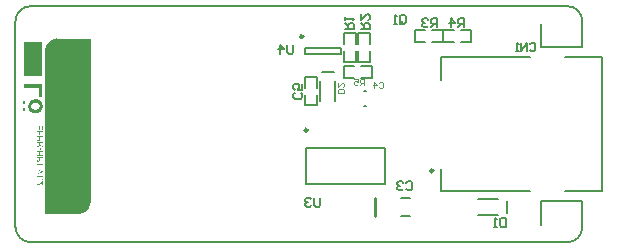
<source format=gbo>
G04*
G04 #@! TF.GenerationSoftware,Altium Limited,CircuitStudio,1.5.2 (30)*
G04*
G04 Layer_Color=13948096*
%FSLAX25Y25*%
%MOIN*%
G70*
G01*
G75*
%ADD17C,0.01000*%
%ADD40C,0.00500*%
%ADD65C,0.00984*%
%ADD66C,0.00787*%
%ADD67C,0.00394*%
%ADD68R,0.06300X0.11300*%
G36*
X-50000Y-11238D02*
X-50818D01*
Y-11753D01*
X-50821Y-11829D01*
X-50826Y-11901D01*
X-50835Y-11965D01*
X-50847Y-12024D01*
X-50858Y-12079D01*
X-50873Y-12125D01*
X-50890Y-12169D01*
X-50908Y-12207D01*
X-50923Y-12239D01*
X-50940Y-12268D01*
X-50955Y-12291D01*
X-50969Y-12309D01*
X-50978Y-12323D01*
X-50986Y-12332D01*
X-50992Y-12338D01*
X-50995Y-12341D01*
X-51030Y-12370D01*
X-51065Y-12396D01*
X-51100Y-12416D01*
X-51138Y-12437D01*
X-51176Y-12454D01*
X-51211Y-12466D01*
X-51278Y-12486D01*
X-51310Y-12492D01*
X-51339Y-12498D01*
X-51365Y-12501D01*
X-51385Y-12504D01*
X-51406Y-12507D01*
X-51429D01*
X-51484Y-12504D01*
X-51537Y-12498D01*
X-51583Y-12486D01*
X-51624Y-12478D01*
X-51659Y-12466D01*
X-51685Y-12454D01*
X-51699Y-12449D01*
X-51705Y-12446D01*
X-51749Y-12422D01*
X-51787Y-12393D01*
X-51822Y-12367D01*
X-51848Y-12341D01*
X-51868Y-12318D01*
X-51886Y-12300D01*
X-51894Y-12288D01*
X-51897Y-12283D01*
X-51921Y-12245D01*
X-51941Y-12201D01*
X-51958Y-12160D01*
X-51973Y-12122D01*
X-51982Y-12088D01*
X-51987Y-12061D01*
X-51993Y-12041D01*
Y-12038D01*
Y-12035D01*
X-51999Y-11992D01*
X-52005Y-11942D01*
X-52008Y-11890D01*
X-52011Y-11840D01*
X-52014Y-11797D01*
Y-11776D01*
Y-11759D01*
Y-11747D01*
Y-11735D01*
Y-11730D01*
Y-11727D01*
Y-10970D01*
X-50000D01*
Y-11238D01*
D02*
G37*
G36*
X-51775Y-13359D02*
X-50000D01*
Y-13627D01*
X-51775D01*
Y-14290D01*
X-52014D01*
Y-12696D01*
X-51775D01*
Y-13359D01*
D02*
G37*
G36*
X-50000Y-9215D02*
X-50949D01*
Y-10257D01*
X-50000D01*
Y-10525D01*
X-52014D01*
Y-10257D01*
X-51187D01*
Y-9215D01*
X-52014D01*
Y-8948D01*
X-50000D01*
Y-9215D01*
D02*
G37*
G36*
X-50100Y8954D02*
X-51166D01*
Y12125D01*
X-56359D01*
Y13400D01*
X-50100D01*
Y8954D01*
D02*
G37*
G36*
X-50000Y-18644D02*
X-50282D01*
Y-18362D01*
X-50000D01*
Y-18644D01*
D02*
G37*
G36*
Y-20305D02*
X-50239D01*
Y-19313D01*
X-50288Y-19348D01*
X-50309Y-19365D01*
X-50329Y-19380D01*
X-50346Y-19395D01*
X-50358Y-19406D01*
X-50367Y-19415D01*
X-50370Y-19418D01*
X-50384Y-19433D01*
X-50399Y-19450D01*
X-50437Y-19491D01*
X-50480Y-19537D01*
X-50524Y-19587D01*
X-50562Y-19633D01*
X-50579Y-19654D01*
X-50597Y-19671D01*
X-50608Y-19686D01*
X-50617Y-19697D01*
X-50623Y-19703D01*
X-50626Y-19706D01*
X-50666Y-19753D01*
X-50704Y-19799D01*
X-50742Y-19840D01*
X-50774Y-19878D01*
X-50806Y-19913D01*
X-50835Y-19942D01*
X-50861Y-19971D01*
X-50885Y-19994D01*
X-50908Y-20017D01*
X-50925Y-20035D01*
X-50940Y-20049D01*
X-50955Y-20064D01*
X-50972Y-20078D01*
X-50978Y-20084D01*
X-51027Y-20125D01*
X-51071Y-20160D01*
X-51114Y-20189D01*
X-51149Y-20212D01*
X-51182Y-20230D01*
X-51205Y-20241D01*
X-51219Y-20247D01*
X-51225Y-20250D01*
X-51269Y-20268D01*
X-51312Y-20279D01*
X-51353Y-20291D01*
X-51388Y-20297D01*
X-51420Y-20300D01*
X-51443Y-20302D01*
X-51464D01*
X-51507Y-20300D01*
X-51548Y-20294D01*
X-51589Y-20288D01*
X-51624Y-20276D01*
X-51694Y-20247D01*
X-51749Y-20218D01*
X-51775Y-20201D01*
X-51796Y-20186D01*
X-51816Y-20172D01*
X-51830Y-20157D01*
X-51842Y-20145D01*
X-51854Y-20140D01*
X-51857Y-20134D01*
X-51859Y-20131D01*
X-51889Y-20099D01*
X-51915Y-20064D01*
X-51935Y-20026D01*
X-51953Y-19988D01*
X-51982Y-19913D01*
X-52002Y-19837D01*
X-52008Y-19805D01*
X-52014Y-19773D01*
X-52017Y-19744D01*
X-52020Y-19721D01*
X-52022Y-19700D01*
Y-19683D01*
Y-19674D01*
Y-19671D01*
X-52020Y-19619D01*
X-52017Y-19569D01*
X-52008Y-19523D01*
X-51999Y-19479D01*
X-51987Y-19438D01*
X-51976Y-19400D01*
X-51961Y-19365D01*
X-51947Y-19333D01*
X-51932Y-19304D01*
X-51918Y-19281D01*
X-51906Y-19261D01*
X-51894Y-19243D01*
X-51886Y-19229D01*
X-51877Y-19220D01*
X-51874Y-19214D01*
X-51871Y-19211D01*
X-51842Y-19182D01*
X-51810Y-19156D01*
X-51775Y-19130D01*
X-51740Y-19109D01*
X-51670Y-19074D01*
X-51600Y-19051D01*
X-51569Y-19042D01*
X-51537Y-19034D01*
X-51510Y-19028D01*
X-51487Y-19022D01*
X-51467Y-19019D01*
X-51452D01*
X-51443Y-19016D01*
X-51440D01*
X-51414Y-19270D01*
X-51481Y-19275D01*
X-51539Y-19287D01*
X-51592Y-19304D01*
X-51632Y-19325D01*
X-51667Y-19342D01*
X-51691Y-19360D01*
X-51705Y-19371D01*
X-51711Y-19377D01*
X-51746Y-19421D01*
X-51772Y-19467D01*
X-51793Y-19517D01*
X-51804Y-19560D01*
X-51813Y-19601D01*
X-51816Y-19636D01*
X-51819Y-19648D01*
Y-19657D01*
Y-19662D01*
Y-19665D01*
X-51816Y-19726D01*
X-51804Y-19782D01*
X-51787Y-19828D01*
X-51769Y-19869D01*
X-51749Y-19901D01*
X-51734Y-19921D01*
X-51723Y-19936D01*
X-51717Y-19942D01*
X-51676Y-19977D01*
X-51635Y-20003D01*
X-51595Y-20023D01*
X-51554Y-20035D01*
X-51522Y-20044D01*
X-51493Y-20046D01*
X-51475Y-20049D01*
X-51470D01*
X-51417Y-20044D01*
X-51362Y-20032D01*
X-51312Y-20011D01*
X-51266Y-19991D01*
X-51228Y-19968D01*
X-51196Y-19948D01*
X-51184Y-19942D01*
X-51176Y-19936D01*
X-51173Y-19930D01*
X-51170D01*
X-51138Y-19907D01*
X-51106Y-19878D01*
X-51071Y-19846D01*
X-51036Y-19811D01*
X-50966Y-19738D01*
X-50896Y-19665D01*
X-50864Y-19627D01*
X-50835Y-19595D01*
X-50809Y-19563D01*
X-50786Y-19537D01*
X-50768Y-19517D01*
X-50754Y-19499D01*
X-50745Y-19488D01*
X-50742Y-19485D01*
X-50681Y-19412D01*
X-50623Y-19345D01*
X-50570Y-19290D01*
X-50527Y-19246D01*
X-50489Y-19208D01*
X-50463Y-19182D01*
X-50445Y-19168D01*
X-50442Y-19162D01*
X-50439D01*
X-50390Y-19121D01*
X-50343Y-19089D01*
X-50297Y-19060D01*
X-50256Y-19037D01*
X-50221Y-19019D01*
X-50195Y-19008D01*
X-50178Y-19002D01*
X-50175Y-18999D01*
X-50172D01*
X-50140Y-18987D01*
X-50111Y-18981D01*
X-50081Y-18976D01*
X-50055Y-18973D01*
X-50032Y-18970D01*
X-50000D01*
Y-20305D01*
D02*
G37*
G36*
Y-15713D02*
Y-15949D01*
X-51461Y-16505D01*
Y-16249D01*
X-50568Y-15926D01*
X-50509Y-15905D01*
X-50457Y-15885D01*
X-50407Y-15871D01*
X-50370Y-15856D01*
X-50335Y-15847D01*
X-50311Y-15839D01*
X-50297Y-15836D01*
X-50291Y-15833D01*
X-50346Y-15815D01*
X-50402Y-15801D01*
X-50451Y-15783D01*
X-50495Y-15769D01*
X-50533Y-15757D01*
X-50562Y-15748D01*
X-50570Y-15745D01*
X-50579Y-15743D01*
X-50582Y-15740D01*
X-50585D01*
X-51461Y-15425D01*
Y-15164D01*
X-50000Y-15713D01*
D02*
G37*
G36*
X-51295Y-16889D02*
X-51315Y-16933D01*
X-51336Y-16976D01*
X-51356Y-17017D01*
X-51373Y-17052D01*
X-51388Y-17081D01*
X-51400Y-17099D01*
X-51403Y-17102D01*
Y-17105D01*
X-51435Y-17157D01*
X-51467Y-17203D01*
X-51496Y-17244D01*
X-51522Y-17276D01*
X-51542Y-17305D01*
X-51560Y-17323D01*
X-51571Y-17337D01*
X-51574Y-17340D01*
X-50000D01*
Y-17587D01*
X-52022D01*
Y-17427D01*
X-51973Y-17398D01*
X-51926Y-17366D01*
X-51880Y-17328D01*
X-51839Y-17294D01*
X-51804Y-17259D01*
X-51775Y-17233D01*
X-51766Y-17221D01*
X-51758Y-17212D01*
X-51755Y-17209D01*
X-51752Y-17206D01*
X-51702Y-17145D01*
X-51656Y-17084D01*
X-51615Y-17026D01*
X-51583Y-16968D01*
X-51554Y-16918D01*
X-51542Y-16898D01*
X-51534Y-16880D01*
X-51525Y-16866D01*
X-51522Y-16854D01*
X-51516Y-16848D01*
Y-16846D01*
X-51278D01*
X-51295Y-16889D01*
D02*
G37*
G36*
X-50000Y-2653D02*
X-50914D01*
Y-3599D01*
X-51152D01*
Y-2653D01*
X-51775D01*
Y-3748D01*
X-52014D01*
Y-2386D01*
X-50000D01*
Y-2653D01*
D02*
G37*
G36*
X-52168Y8326D02*
X-51904Y8289D01*
X-51676Y8244D01*
X-51576Y8216D01*
X-51485Y8189D01*
X-51403Y8162D01*
X-51330Y8134D01*
X-51266Y8107D01*
X-51211Y8089D01*
X-51166Y8071D01*
X-51139Y8052D01*
X-51120Y8043D01*
X-51111D01*
X-50920Y7916D01*
X-50756Y7779D01*
X-50610Y7633D01*
X-50492Y7497D01*
X-50401Y7369D01*
X-50337Y7269D01*
X-50309Y7232D01*
X-50291Y7205D01*
X-50282Y7187D01*
Y7178D01*
X-50191Y6959D01*
X-50118Y6750D01*
X-50073Y6549D01*
X-50036Y6358D01*
X-50018Y6203D01*
X-50009Y6139D01*
Y6085D01*
X-50000Y6039D01*
Y6003D01*
Y5985D01*
Y5975D01*
X-50009Y5784D01*
X-50027Y5611D01*
X-50064Y5438D01*
X-50109Y5283D01*
X-50155Y5128D01*
X-50209Y4992D01*
X-50273Y4864D01*
X-50337Y4746D01*
X-50401Y4645D01*
X-50464Y4554D01*
X-50519Y4472D01*
X-50565Y4408D01*
X-50610Y4354D01*
X-50647Y4317D01*
X-50665Y4299D01*
X-50674Y4290D01*
X-50811Y4172D01*
X-50947Y4071D01*
X-51084Y3980D01*
X-51230Y3898D01*
X-51375Y3835D01*
X-51521Y3780D01*
X-51658Y3734D01*
X-51794Y3698D01*
X-51913Y3670D01*
X-52031Y3652D01*
X-52131Y3634D01*
X-52223Y3625D01*
X-52296Y3616D01*
X-52396D01*
X-52587Y3625D01*
X-52769Y3643D01*
X-52933Y3680D01*
X-53097Y3716D01*
X-53243Y3771D01*
X-53389Y3825D01*
X-53516Y3889D01*
X-53635Y3944D01*
X-53735Y4008D01*
X-53835Y4071D01*
X-53908Y4126D01*
X-53981Y4181D01*
X-54026Y4217D01*
X-54072Y4254D01*
X-54090Y4272D01*
X-54099Y4281D01*
X-54218Y4408D01*
X-54318Y4545D01*
X-54409Y4682D01*
X-54491Y4828D01*
X-54555Y4973D01*
X-54610Y5110D01*
X-54655Y5246D01*
X-54691Y5383D01*
X-54719Y5502D01*
X-54737Y5620D01*
X-54755Y5720D01*
X-54764Y5811D01*
X-54773Y5884D01*
Y5939D01*
Y5975D01*
Y5985D01*
X-54764Y6230D01*
X-54728Y6458D01*
X-54682Y6668D01*
X-54628Y6850D01*
X-54591Y6923D01*
X-54564Y6996D01*
X-54546Y7059D01*
X-54518Y7105D01*
X-54500Y7151D01*
X-54482Y7178D01*
X-54473Y7196D01*
Y7205D01*
X-54345Y7396D01*
X-54209Y7560D01*
X-54063Y7706D01*
X-53926Y7825D01*
X-53799Y7916D01*
X-53698Y7989D01*
X-53662Y8016D01*
X-53635Y8025D01*
X-53616Y8043D01*
X-53607D01*
X-53398Y8144D01*
X-53188Y8207D01*
X-52997Y8262D01*
X-52824Y8298D01*
X-52669Y8317D01*
X-52605Y8326D01*
X-52551D01*
X-52514Y8335D01*
X-52450D01*
X-52168Y8326D01*
D02*
G37*
G36*
X-45143Y28561D02*
X-33980D01*
X-33946Y-25876D01*
X-34082Y-26903D01*
X-34478Y-27861D01*
X-35109Y-28684D01*
X-35932Y-29315D01*
X-36890Y-29711D01*
X-37917Y-29847D01*
Y-29813D01*
X-49080D01*
X-49114Y24624D01*
X-48979Y25652D01*
X-48582Y26610D01*
X-47951Y27432D01*
X-47129Y28063D01*
X-46171Y28460D01*
X-45143Y28595D01*
Y28561D01*
D02*
G37*
G36*
X-50000Y-2004D02*
X-50239D01*
Y-768D01*
X-50923D01*
Y-1882D01*
X-51161D01*
Y-768D01*
X-51775D01*
Y-1958D01*
X-52014D01*
Y-500D01*
X-50000D01*
Y-2004D01*
D02*
G37*
G36*
Y-6241D02*
X-50893D01*
Y-6550D01*
Y-6585D01*
X-50890Y-6617D01*
Y-6640D01*
X-50888Y-6661D01*
X-50885Y-6675D01*
Y-6687D01*
X-50882Y-6692D01*
Y-6695D01*
X-50867Y-6742D01*
X-50858Y-6762D01*
X-50850Y-6780D01*
X-50841Y-6797D01*
X-50835Y-6809D01*
X-50832Y-6815D01*
X-50829Y-6818D01*
X-50812Y-6841D01*
X-50792Y-6864D01*
X-50748Y-6908D01*
X-50727Y-6928D01*
X-50710Y-6943D01*
X-50698Y-6951D01*
X-50696Y-6954D01*
X-50655Y-6983D01*
X-50611Y-7016D01*
X-50564Y-7047D01*
X-50521Y-7079D01*
X-50480Y-7106D01*
X-50448Y-7126D01*
X-50437Y-7135D01*
X-50428Y-7141D01*
X-50422Y-7146D01*
X-50419D01*
X-50000Y-7411D01*
Y-7743D01*
X-50547Y-7397D01*
X-50605Y-7356D01*
X-50658Y-7318D01*
X-50701Y-7280D01*
X-50742Y-7248D01*
X-50771Y-7219D01*
X-50794Y-7196D01*
X-50809Y-7181D01*
X-50815Y-7175D01*
X-50832Y-7152D01*
X-50853Y-7126D01*
X-50885Y-7074D01*
X-50896Y-7050D01*
X-50908Y-7033D01*
X-50914Y-7021D01*
X-50917Y-7016D01*
X-50925Y-7068D01*
X-50934Y-7117D01*
X-50949Y-7161D01*
X-50960Y-7205D01*
X-50975Y-7243D01*
X-50992Y-7277D01*
X-51007Y-7309D01*
X-51021Y-7339D01*
X-51039Y-7362D01*
X-51053Y-7385D01*
X-51065Y-7402D01*
X-51077Y-7417D01*
X-51085Y-7429D01*
X-51094Y-7437D01*
X-51097Y-7440D01*
X-51100Y-7443D01*
X-51129Y-7467D01*
X-51158Y-7490D01*
X-51219Y-7525D01*
X-51280Y-7548D01*
X-51339Y-7565D01*
X-51388Y-7577D01*
X-51408Y-7580D01*
X-51429D01*
X-51443Y-7583D01*
X-51464D01*
X-51525Y-7580D01*
X-51580Y-7571D01*
X-51632Y-7557D01*
X-51676Y-7542D01*
X-51714Y-7525D01*
X-51743Y-7513D01*
X-51761Y-7502D01*
X-51763Y-7499D01*
X-51766D01*
X-51813Y-7464D01*
X-51854Y-7429D01*
X-51889Y-7391D01*
X-51915Y-7356D01*
X-51935Y-7324D01*
X-51947Y-7298D01*
X-51955Y-7280D01*
X-51958Y-7277D01*
Y-7275D01*
X-51967Y-7248D01*
X-51976Y-7216D01*
X-51990Y-7152D01*
X-51999Y-7082D01*
X-52008Y-7018D01*
X-52011Y-6957D01*
Y-6931D01*
X-52014Y-6908D01*
Y-6890D01*
Y-6876D01*
Y-6867D01*
Y-6864D01*
Y-5974D01*
X-50000D01*
Y-6241D01*
D02*
G37*
G36*
X-50605Y-8636D02*
X-50853D01*
Y-7871D01*
X-50605D01*
Y-8636D01*
D02*
G37*
G36*
X-50000Y-4362D02*
X-50818D01*
Y-4877D01*
X-50821Y-4952D01*
X-50826Y-5025D01*
X-50835Y-5089D01*
X-50847Y-5147D01*
X-50858Y-5203D01*
X-50873Y-5249D01*
X-50890Y-5293D01*
X-50908Y-5331D01*
X-50923Y-5363D01*
X-50940Y-5392D01*
X-50955Y-5415D01*
X-50969Y-5432D01*
X-50978Y-5447D01*
X-50986Y-5456D01*
X-50992Y-5461D01*
X-50995Y-5464D01*
X-51030Y-5494D01*
X-51065Y-5520D01*
X-51100Y-5540D01*
X-51138Y-5561D01*
X-51176Y-5578D01*
X-51211Y-5590D01*
X-51278Y-5610D01*
X-51310Y-5616D01*
X-51339Y-5622D01*
X-51365Y-5624D01*
X-51385Y-5627D01*
X-51406Y-5630D01*
X-51429D01*
X-51484Y-5627D01*
X-51537Y-5622D01*
X-51583Y-5610D01*
X-51624Y-5601D01*
X-51659Y-5590D01*
X-51685Y-5578D01*
X-51699Y-5572D01*
X-51705Y-5569D01*
X-51749Y-5546D01*
X-51787Y-5517D01*
X-51822Y-5491D01*
X-51848Y-5464D01*
X-51868Y-5441D01*
X-51886Y-5424D01*
X-51894Y-5412D01*
X-51897Y-5406D01*
X-51921Y-5368D01*
X-51941Y-5325D01*
X-51958Y-5284D01*
X-51973Y-5246D01*
X-51982Y-5211D01*
X-51987Y-5185D01*
X-51993Y-5165D01*
Y-5162D01*
Y-5159D01*
X-51999Y-5115D01*
X-52005Y-5066D01*
X-52008Y-5013D01*
X-52011Y-4964D01*
X-52014Y-4920D01*
Y-4900D01*
Y-4882D01*
Y-4871D01*
Y-4859D01*
Y-4853D01*
Y-4851D01*
Y-4094D01*
X-50000D01*
Y-4362D01*
D02*
G37*
%LPC*%
G36*
X-52323Y7096D02*
X-52387D01*
X-52623Y7078D01*
X-52833Y7041D01*
X-53015Y6996D01*
X-53161Y6932D01*
X-53270Y6877D01*
X-53361Y6823D01*
X-53407Y6786D01*
X-53425Y6777D01*
X-53544Y6650D01*
X-53635Y6513D01*
X-53698Y6376D01*
X-53744Y6249D01*
X-53771Y6139D01*
X-53780Y6057D01*
X-53790Y6021D01*
Y5994D01*
Y5985D01*
Y5975D01*
X-53771Y5802D01*
X-53735Y5647D01*
X-53671Y5520D01*
X-53607Y5401D01*
X-53544Y5310D01*
X-53480Y5237D01*
X-53443Y5201D01*
X-53425Y5183D01*
X-53279Y5074D01*
X-53106Y4992D01*
X-52933Y4937D01*
X-52769Y4891D01*
X-52623Y4873D01*
X-52551Y4864D01*
X-52496D01*
X-52450Y4855D01*
X-52387D01*
X-52150Y4873D01*
X-51931Y4910D01*
X-51758Y4955D01*
X-51603Y5019D01*
X-51494Y5083D01*
X-51403Y5128D01*
X-51357Y5165D01*
X-51339Y5183D01*
X-51221Y5310D01*
X-51129Y5438D01*
X-51075Y5574D01*
X-51029Y5702D01*
X-51002Y5811D01*
X-50993Y5893D01*
X-50984Y5930D01*
Y5957D01*
Y5966D01*
Y5975D01*
X-51002Y6148D01*
X-51038Y6303D01*
X-51093Y6440D01*
X-51166Y6549D01*
X-51230Y6650D01*
X-51284Y6722D01*
X-51321Y6759D01*
X-51339Y6777D01*
X-51485Y6886D01*
X-51658Y6959D01*
X-51831Y7014D01*
X-52004Y7059D01*
X-52150Y7078D01*
X-52214Y7087D01*
X-52277D01*
X-52323Y7096D01*
D02*
G37*
G36*
X-51056Y-4362D02*
X-51775D01*
Y-4874D01*
Y-4938D01*
X-51772Y-4990D01*
X-51769Y-5034D01*
X-51766Y-5069D01*
X-51761Y-5092D01*
X-51758Y-5109D01*
X-51755Y-5121D01*
Y-5124D01*
X-51740Y-5162D01*
X-51723Y-5194D01*
X-51705Y-5223D01*
X-51685Y-5249D01*
X-51665Y-5267D01*
X-51650Y-5281D01*
X-51638Y-5290D01*
X-51635Y-5293D01*
X-51600Y-5313D01*
X-51566Y-5331D01*
X-51528Y-5342D01*
X-51496Y-5348D01*
X-51467Y-5354D01*
X-51440Y-5357D01*
X-51420D01*
X-51359Y-5351D01*
X-51307Y-5339D01*
X-51260Y-5322D01*
X-51222Y-5302D01*
X-51193Y-5281D01*
X-51170Y-5264D01*
X-51158Y-5252D01*
X-51152Y-5246D01*
X-51135Y-5226D01*
X-51120Y-5200D01*
X-51097Y-5144D01*
X-51080Y-5083D01*
X-51068Y-5022D01*
X-51062Y-4967D01*
X-51059Y-4944D01*
Y-4923D01*
X-51056Y-4903D01*
Y-4891D01*
Y-4882D01*
Y-4879D01*
Y-4362D01*
D02*
G37*
G36*
X-51123Y-6241D02*
X-51790D01*
Y-6876D01*
X-51787Y-6954D01*
X-51775Y-7021D01*
X-51761Y-7079D01*
X-51743Y-7123D01*
X-51726Y-7161D01*
X-51711Y-7184D01*
X-51699Y-7199D01*
X-51696Y-7205D01*
X-51659Y-7240D01*
X-51621Y-7266D01*
X-51580Y-7283D01*
X-51545Y-7298D01*
X-51510Y-7304D01*
X-51484Y-7306D01*
X-51467Y-7309D01*
X-51461D01*
X-51426Y-7306D01*
X-51391Y-7301D01*
X-51362Y-7292D01*
X-51336Y-7283D01*
X-51312Y-7272D01*
X-51295Y-7263D01*
X-51283Y-7257D01*
X-51280Y-7254D01*
X-51251Y-7234D01*
X-51225Y-7208D01*
X-51205Y-7181D01*
X-51187Y-7155D01*
X-51176Y-7132D01*
X-51167Y-7114D01*
X-51161Y-7103D01*
X-51158Y-7097D01*
X-51147Y-7056D01*
X-51138Y-7010D01*
X-51132Y-6963D01*
X-51129Y-6916D01*
X-51126Y-6876D01*
X-51123Y-6841D01*
Y-6829D01*
Y-6820D01*
Y-6815D01*
Y-6812D01*
Y-6241D01*
D02*
G37*
G36*
X-51056Y-11238D02*
X-51775D01*
Y-11750D01*
Y-11814D01*
X-51772Y-11867D01*
X-51769Y-11910D01*
X-51766Y-11945D01*
X-51761Y-11968D01*
X-51758Y-11986D01*
X-51755Y-11997D01*
Y-12000D01*
X-51740Y-12038D01*
X-51723Y-12070D01*
X-51705Y-12099D01*
X-51685Y-12125D01*
X-51665Y-12143D01*
X-51650Y-12157D01*
X-51638Y-12166D01*
X-51635Y-12169D01*
X-51600Y-12190D01*
X-51566Y-12207D01*
X-51528Y-12219D01*
X-51496Y-12224D01*
X-51467Y-12230D01*
X-51440Y-12233D01*
X-51420D01*
X-51359Y-12227D01*
X-51307Y-12216D01*
X-51260Y-12198D01*
X-51222Y-12178D01*
X-51193Y-12157D01*
X-51170Y-12140D01*
X-51158Y-12128D01*
X-51152Y-12122D01*
X-51135Y-12102D01*
X-51120Y-12076D01*
X-51097Y-12021D01*
X-51080Y-11960D01*
X-51068Y-11898D01*
X-51062Y-11843D01*
X-51059Y-11820D01*
Y-11800D01*
X-51056Y-11779D01*
Y-11767D01*
Y-11759D01*
Y-11756D01*
Y-11238D01*
D02*
G37*
%LPD*%
D17*
X80177Y-15512D02*
G03*
X80177Y-15512I-500J0D01*
G01*
X-56200Y7200D02*
G03*
X-56200Y7200I-100J0D01*
G01*
Y4800D02*
G03*
X-56200Y4800I-100J0D01*
G01*
X60866Y-30559D02*
Y-24559D01*
D40*
X-53937Y39370D02*
G03*
X-59055Y34252I0J-5118D01*
G01*
Y-34252D02*
G03*
X-53937Y-39370I5118J0D01*
G01*
X124803D02*
G03*
X129921Y-34252I0J5118D01*
G01*
Y34252D02*
G03*
X124803Y39370I-5118J0D01*
G01*
X79940Y31528D02*
X83440D01*
X79940Y27528D02*
X83440D01*
X74040D02*
X77540D01*
X74040Y31528D02*
X77540D01*
X83440Y27528D02*
Y31528D01*
X74040Y27528D02*
Y31528D01*
X82894Y14882D02*
Y22362D01*
Y-22362D02*
Y-15000D01*
Y-22362D02*
X112303D01*
X124272D02*
X136437D01*
Y22362D01*
X124272D02*
X136437D01*
X82894D02*
X112303D01*
X95079Y-25000D02*
X101772D01*
X95079Y-30118D02*
X101772D01*
X104823Y-29528D02*
Y-25591D01*
X50362Y30291D02*
X54362D01*
X50362Y20890D02*
X54362D01*
Y26791D02*
Y30291D01*
X50362Y26791D02*
Y30291D01*
Y20890D02*
Y24390D01*
X54362Y20890D02*
Y24390D01*
X69366Y-30559D02*
X72366D01*
X69366Y-24559D02*
X72366D01*
X57106Y6000D02*
X57894D01*
X57106Y11000D02*
X57894D01*
X43031Y17398D02*
X46968D01*
X47559Y7654D02*
Y14346D01*
X42441Y7654D02*
Y14346D01*
X59700Y15500D02*
Y19500D01*
X50300Y15500D02*
Y19500D01*
X56200Y15500D02*
X59700D01*
X56200Y19500D02*
X59700D01*
X50300D02*
X53800D01*
X50300Y15500D02*
X53800D01*
X-53937Y39370D02*
X124803D01*
X-59055Y-34252D02*
Y34252D01*
X-53937Y-39370D02*
X124803D01*
X129921Y-34252D02*
Y-25591D01*
Y25591D02*
Y34252D01*
X89389Y31528D02*
X92889D01*
X89389Y27528D02*
X92889D01*
X83489D02*
X86989D01*
X83489Y31528D02*
X86989D01*
X92889Y27528D02*
Y31528D01*
X83489Y27528D02*
Y31528D01*
X55087Y26791D02*
Y30291D01*
X59087Y26791D02*
Y30291D01*
Y20890D02*
Y24390D01*
X55087Y20890D02*
Y24390D01*
Y30291D02*
X59087D01*
X55087Y20890D02*
X59087D01*
X41500Y6300D02*
Y9800D01*
X37500Y6300D02*
Y9800D01*
Y12200D02*
Y15700D01*
X41500Y12200D02*
Y15700D01*
X37500Y6300D02*
X41500D01*
X37500Y15700D02*
X41500D01*
X116142Y25591D02*
Y33465D01*
Y25591D02*
X129921D01*
X116142Y-25591D02*
X129921D01*
X116142Y-33465D02*
Y-25591D01*
X81496Y32283D02*
Y35282D01*
X79997D01*
X79497Y34783D01*
Y33783D01*
X79997Y33283D01*
X81496D01*
X80496D02*
X79497Y32283D01*
X78497Y34783D02*
X77997Y35282D01*
X76998D01*
X76498Y34783D01*
Y34283D01*
X76998Y33783D01*
X77497D01*
X76998D01*
X76498Y33283D01*
Y32783D01*
X76998Y32283D01*
X77997D01*
X78497Y32783D01*
X112337Y26705D02*
X112796Y27165D01*
X113714D01*
X114173Y26705D01*
Y24869D01*
X113714Y24409D01*
X112796D01*
X112337Y24869D01*
X111418Y24409D02*
Y27165D01*
X109581Y24409D01*
Y27165D01*
X108663Y24409D02*
X107745D01*
X108204D01*
Y27165D01*
X108663Y26705D01*
X104331Y-31253D02*
Y-34252D01*
X102831D01*
X102331Y-33752D01*
Y-31753D01*
X102831Y-31253D01*
X104331D01*
X101332Y-34252D02*
X100332D01*
X100832D01*
Y-31253D01*
X101332Y-31753D01*
X69001Y34000D02*
Y35999D01*
X69500Y36499D01*
X70500D01*
X71000Y35999D01*
Y34000D01*
X70500Y33500D01*
X69500D01*
X70000Y34500D02*
X69001Y33500D01*
X69500D02*
X69001Y34000D01*
X68001Y33500D02*
X67001D01*
X67501D01*
Y36499D01*
X68001Y35999D01*
X90551Y32283D02*
Y35282D01*
X89052D01*
X88552Y34783D01*
Y33783D01*
X89052Y33283D01*
X90551D01*
X89552D02*
X88552Y32283D01*
X86053D02*
Y35282D01*
X87552Y33783D01*
X85553D01*
X33500Y26499D02*
Y24000D01*
X33000Y23500D01*
X32000D01*
X31501Y24000D01*
Y26499D01*
X29001Y23500D02*
Y26499D01*
X30501Y24999D01*
X28502D01*
X56087Y31591D02*
X59086D01*
Y33090D01*
X58586Y33590D01*
X57586D01*
X57086Y33090D01*
Y31591D01*
Y32590D02*
X56087Y33590D01*
Y36589D02*
Y34590D01*
X58086Y36589D01*
X58586D01*
X59086Y36089D01*
Y35089D01*
X58586Y34590D01*
X50862Y31591D02*
X53861D01*
Y33090D01*
X53361Y33590D01*
X52362D01*
X51862Y33090D01*
Y31591D01*
Y32590D02*
X50862Y33590D01*
Y34590D02*
Y35589D01*
Y35089D01*
X53861D01*
X53361Y34590D01*
X35999Y10499D02*
X36499Y10000D01*
Y9000D01*
X35999Y8500D01*
X34000D01*
X33500Y9000D01*
Y10000D01*
X34000Y10499D01*
X36499Y13498D02*
Y11499D01*
X34999D01*
X35499Y12499D01*
Y12999D01*
X34999Y13498D01*
X34000D01*
X33500Y12999D01*
Y11999D01*
X34000Y11499D01*
X71229Y-19548D02*
X71729Y-19048D01*
X72729D01*
X73228Y-19548D01*
Y-21547D01*
X72729Y-22047D01*
X71729D01*
X71229Y-21547D01*
X70229Y-19548D02*
X69730Y-19048D01*
X68730D01*
X68230Y-19548D01*
Y-20048D01*
X68730Y-20548D01*
X69230D01*
X68730D01*
X68230Y-21048D01*
Y-21547D01*
X68730Y-22047D01*
X69730D01*
X70229Y-21547D01*
X42500Y-24501D02*
Y-27000D01*
X42000Y-27500D01*
X41001D01*
X40501Y-27000D01*
Y-24501D01*
X39501Y-25001D02*
X39001Y-24501D01*
X38001D01*
X37502Y-25001D01*
Y-25501D01*
X38001Y-26000D01*
X38501D01*
X38001D01*
X37502Y-26500D01*
Y-27000D01*
X38001Y-27500D01*
X39001D01*
X39501Y-27000D01*
D65*
X38303Y-1992D02*
G03*
X38303Y-1992I-492J0D01*
G01*
X36807Y29224D02*
G03*
X36807Y29224I-492J0D01*
G01*
D66*
X37811Y-8094D02*
X64189D01*
X37811Y-19906D02*
X64189D01*
X37811D02*
Y-8094D01*
X64189Y-19906D02*
Y-8094D01*
X37398Y23516D02*
Y25484D01*
X49602Y23516D02*
Y25484D01*
X37398D02*
X49602D01*
X37398Y23516D02*
X49602D01*
D67*
X57000Y13000D02*
Y14968D01*
X56016D01*
X55688Y14640D01*
Y13984D01*
X56016Y13656D01*
X57000D01*
X56344D02*
X55688Y13000D01*
X53720Y14968D02*
X55032D01*
Y13984D01*
X54376Y14312D01*
X54048D01*
X53720Y13984D01*
Y13328D01*
X54048Y13000D01*
X54704D01*
X55032Y13328D01*
X50368Y10522D02*
X48400D01*
Y11506D01*
X48728Y11834D01*
X50040D01*
X50368Y11506D01*
Y10522D01*
X48400Y13802D02*
Y12490D01*
X49712Y13802D01*
X50040D01*
X50368Y13474D01*
Y12818D01*
X50040Y12490D01*
X62074Y13845D02*
X62402Y14173D01*
X63058D01*
X63386Y13845D01*
Y12533D01*
X63058Y12205D01*
X62402D01*
X62074Y12533D01*
X60434Y12205D02*
Y14173D01*
X61418Y13189D01*
X60106D01*
D68*
X-53150Y21650D02*
D03*
M02*

</source>
